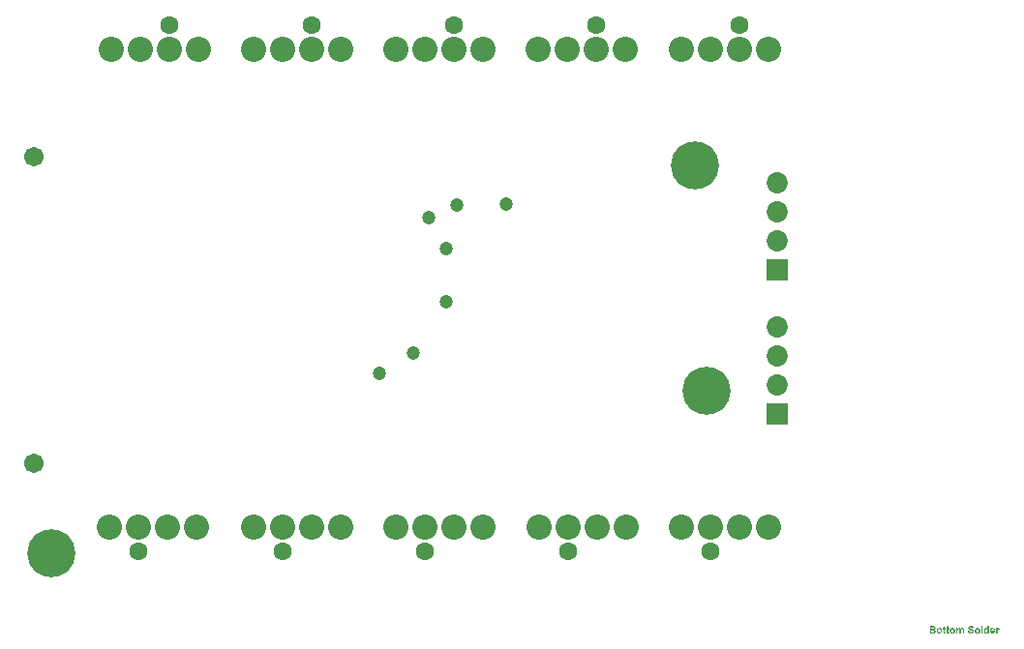
<source format=gbs>
G04*
G04 #@! TF.GenerationSoftware,Altium Limited,Altium Designer,23.3.1 (30)*
G04*
G04 Layer_Color=16711935*
%FSLAX44Y44*%
%MOMM*%
G71*
G04*
G04 #@! TF.SameCoordinates,401C55F4-CDE4-4738-8E39-6C92FFCD4633*
G04*
G04*
G04 #@! TF.FilePolarity,Negative*
G04*
G01*
G75*
%ADD62C,1.8532*%
%ADD63R,1.8532X1.8532*%
%ADD64C,4.2032*%
%ADD65C,1.7032*%
%ADD66C,1.6032*%
%ADD67C,2.2032*%
%ADD86C,1.2032*%
G36*
X184642Y271313D02*
X184746Y271306D01*
X184857Y271292D01*
X184989Y271278D01*
X185127Y271251D01*
X185266Y271223D01*
X185419Y271188D01*
X185571Y271147D01*
X185717Y271098D01*
X185863Y271036D01*
X186008Y270959D01*
X186140Y270883D01*
X186258Y270786D01*
X186265Y270779D01*
X186285Y270765D01*
X186313Y270731D01*
X186355Y270689D01*
X186403Y270641D01*
X186452Y270571D01*
X186507Y270495D01*
X186570Y270412D01*
X186625Y270315D01*
X186681Y270210D01*
X186736Y270093D01*
X186785Y269968D01*
X186833Y269836D01*
X186868Y269690D01*
X186889Y269538D01*
X186903Y269378D01*
X185613Y269330D01*
Y269337D01*
X185606Y269351D01*
Y269378D01*
X185599Y269406D01*
X185585Y269448D01*
X185571Y269496D01*
X185537Y269600D01*
X185488Y269711D01*
X185426Y269829D01*
X185349Y269940D01*
X185252Y270030D01*
X185238Y270037D01*
X185204Y270065D01*
X185141Y270100D01*
X185051Y270141D01*
X184933Y270183D01*
X184795Y270217D01*
X184628Y270245D01*
X184434Y270252D01*
X184344D01*
X184295Y270245D01*
X184240Y270238D01*
X184108Y270224D01*
X183969Y270197D01*
X183817Y270155D01*
X183678Y270093D01*
X183546Y270016D01*
X183540Y270009D01*
X183519Y269989D01*
X183484Y269954D01*
X183449Y269912D01*
X183408Y269857D01*
X183380Y269788D01*
X183352Y269711D01*
X183345Y269621D01*
Y269614D01*
Y269587D01*
X183352Y269538D01*
X183366Y269489D01*
X183394Y269427D01*
X183422Y269358D01*
X183470Y269295D01*
X183533Y269233D01*
X183546Y269226D01*
X183560Y269212D01*
X183588Y269198D01*
X183616Y269177D01*
X183657Y269156D01*
X183713Y269129D01*
X183775Y269101D01*
X183845Y269073D01*
X183928Y269039D01*
X184025Y269004D01*
X184136Y268969D01*
X184261Y268928D01*
X184399Y268886D01*
X184552Y268845D01*
X184718Y268803D01*
X184732D01*
X184760Y268796D01*
X184809Y268782D01*
X184871Y268768D01*
X184954Y268747D01*
X185037Y268720D01*
X185141Y268692D01*
X185245Y268664D01*
X185474Y268595D01*
X185703Y268519D01*
X185814Y268477D01*
X185925Y268435D01*
X186022Y268387D01*
X186112Y268345D01*
X186119D01*
X186133Y268331D01*
X186154Y268318D01*
X186188Y268304D01*
X186272Y268248D01*
X186376Y268179D01*
X186486Y268082D01*
X186604Y267971D01*
X186722Y267839D01*
X186826Y267693D01*
Y267687D01*
X186840Y267673D01*
X186847Y267652D01*
X186868Y267617D01*
X186889Y267575D01*
X186910Y267527D01*
X186930Y267472D01*
X186958Y267409D01*
X186979Y267340D01*
X187000Y267264D01*
X187041Y267090D01*
X187069Y266889D01*
X187083Y266674D01*
Y266667D01*
Y266653D01*
Y266619D01*
X187076Y266584D01*
Y266535D01*
X187069Y266473D01*
X187055Y266411D01*
X187041Y266341D01*
X187007Y266182D01*
X186951Y266008D01*
X186875Y265828D01*
X186826Y265731D01*
X186771Y265641D01*
Y265634D01*
X186757Y265620D01*
X186736Y265592D01*
X186715Y265565D01*
X186681Y265523D01*
X186646Y265474D01*
X186549Y265371D01*
X186424Y265259D01*
X186278Y265135D01*
X186105Y265024D01*
X185904Y264927D01*
X185897D01*
X185876Y264920D01*
X185849Y264906D01*
X185807Y264892D01*
X185751Y264871D01*
X185682Y264857D01*
X185606Y264837D01*
X185523Y264816D01*
X185426Y264788D01*
X185322Y264767D01*
X185204Y264753D01*
X185079Y264732D01*
X184954Y264719D01*
X184809Y264705D01*
X184663Y264698D01*
X184455D01*
X184392Y264705D01*
X184309D01*
X184212Y264712D01*
X184094Y264726D01*
X183962Y264746D01*
X183824Y264767D01*
X183671Y264795D01*
X183519Y264837D01*
X183366Y264878D01*
X183214Y264934D01*
X183061Y264996D01*
X182915Y265072D01*
X182777Y265156D01*
X182645Y265253D01*
X182638Y265259D01*
X182617Y265280D01*
X182583Y265315D01*
X182541Y265357D01*
X182492Y265419D01*
X182430Y265488D01*
X182368Y265572D01*
X182305Y265669D01*
X182236Y265780D01*
X182167Y265898D01*
X182104Y266036D01*
X182042Y266182D01*
X181986Y266341D01*
X181938Y266508D01*
X181896Y266695D01*
X181868Y266889D01*
X183123Y267014D01*
Y267007D01*
X183130Y266986D01*
X183137Y266952D01*
X183144Y266910D01*
X183158Y266854D01*
X183179Y266799D01*
X183221Y266660D01*
X183283Y266508D01*
X183366Y266348D01*
X183463Y266203D01*
X183519Y266140D01*
X183581Y266078D01*
X183588D01*
X183595Y266064D01*
X183616Y266050D01*
X183643Y266029D01*
X183678Y266008D01*
X183727Y265988D01*
X183775Y265960D01*
X183831Y265932D01*
X183969Y265877D01*
X184129Y265835D01*
X184316Y265800D01*
X184524Y265786D01*
X184587D01*
X184628Y265793D01*
X184684D01*
X184739Y265800D01*
X184878Y265821D01*
X185030Y265849D01*
X185190Y265898D01*
X185342Y265960D01*
X185412Y266001D01*
X185474Y266050D01*
X185481D01*
X185488Y266064D01*
X185523Y266099D01*
X185578Y266154D01*
X185634Y266223D01*
X185689Y266313D01*
X185745Y266425D01*
X185779Y266542D01*
X185793Y266605D01*
Y266667D01*
Y266674D01*
Y266709D01*
X185786Y266750D01*
X185779Y266799D01*
X185758Y266861D01*
X185738Y266931D01*
X185703Y266993D01*
X185654Y267055D01*
X185648Y267062D01*
X185627Y267083D01*
X185592Y267111D01*
X185550Y267153D01*
X185481Y267194D01*
X185405Y267243D01*
X185308Y267284D01*
X185190Y267333D01*
X185176Y267340D01*
X185162D01*
X185141Y267347D01*
X185114Y267354D01*
X185072Y267367D01*
X185030Y267381D01*
X184975Y267395D01*
X184912Y267416D01*
X184836Y267437D01*
X184753Y267458D01*
X184656Y267485D01*
X184552Y267513D01*
X184434Y267541D01*
X184302Y267575D01*
X184157Y267610D01*
X184143D01*
X184108Y267624D01*
X184060Y267638D01*
X183990Y267659D01*
X183900Y267680D01*
X183803Y267714D01*
X183699Y267749D01*
X183588Y267784D01*
X183345Y267881D01*
X183103Y267985D01*
X182992Y268047D01*
X182881Y268109D01*
X182784Y268172D01*
X182701Y268241D01*
X182694Y268248D01*
X182673Y268269D01*
X182645Y268297D01*
X182610Y268338D01*
X182562Y268387D01*
X182513Y268449D01*
X182458Y268519D01*
X182409Y268602D01*
X182354Y268692D01*
X182298Y268789D01*
X182250Y268900D01*
X182201Y269011D01*
X182167Y269129D01*
X182139Y269261D01*
X182118Y269392D01*
X182111Y269531D01*
Y269538D01*
Y269552D01*
Y269580D01*
X182118Y269614D01*
Y269656D01*
X182125Y269711D01*
X182146Y269829D01*
X182180Y269968D01*
X182229Y270127D01*
X182298Y270287D01*
X182388Y270446D01*
Y270453D01*
X182402Y270467D01*
X182416Y270488D01*
X182437Y270516D01*
X182506Y270592D01*
X182589Y270689D01*
X182707Y270793D01*
X182839Y270897D01*
X183006Y271001D01*
X183186Y271091D01*
X183193D01*
X183207Y271098D01*
X183241Y271112D01*
X183276Y271126D01*
X183332Y271147D01*
X183387Y271161D01*
X183456Y271181D01*
X183540Y271209D01*
X183630Y271230D01*
X183720Y271251D01*
X183824Y271264D01*
X183935Y271285D01*
X184060Y271299D01*
X184177Y271313D01*
X184448Y271320D01*
X184566D01*
X184642Y271313D01*
D02*
G37*
G36*
X200348Y264816D02*
X199211D01*
Y265488D01*
X199197Y265474D01*
X199183Y265454D01*
X199162Y265433D01*
X199100Y265357D01*
X199024Y265273D01*
X198920Y265176D01*
X198809Y265072D01*
X198677Y264982D01*
X198538Y264899D01*
X198531D01*
X198524Y264892D01*
X198497Y264885D01*
X198469Y264871D01*
X198393Y264837D01*
X198295Y264809D01*
X198178Y264774D01*
X198046Y264739D01*
X197907Y264719D01*
X197762Y264712D01*
X197727D01*
X197685Y264719D01*
X197630D01*
X197561Y264732D01*
X197477Y264746D01*
X197387Y264767D01*
X197290Y264795D01*
X197186Y264823D01*
X197075Y264864D01*
X196964Y264920D01*
X196846Y264982D01*
X196735Y265051D01*
X196617Y265142D01*
X196507Y265239D01*
X196395Y265350D01*
X196389Y265357D01*
X196375Y265377D01*
X196340Y265419D01*
X196305Y265467D01*
X196264Y265537D01*
X196215Y265613D01*
X196167Y265710D01*
X196111Y265814D01*
X196056Y265939D01*
X196007Y266071D01*
X195959Y266223D01*
X195917Y266383D01*
X195882Y266556D01*
X195855Y266743D01*
X195834Y266945D01*
X195827Y267153D01*
Y267166D01*
Y267208D01*
X195834Y267264D01*
Y267347D01*
X195841Y267444D01*
X195855Y267555D01*
X195875Y267687D01*
X195896Y267818D01*
X195924Y267964D01*
X195959Y268109D01*
X196007Y268255D01*
X196056Y268408D01*
X196118Y268553D01*
X196194Y268692D01*
X196278Y268824D01*
X196375Y268942D01*
X196382Y268948D01*
X196402Y268969D01*
X196430Y268997D01*
X196472Y269039D01*
X196527Y269087D01*
X196597Y269136D01*
X196673Y269191D01*
X196756Y269254D01*
X196853Y269309D01*
X196964Y269365D01*
X197075Y269413D01*
X197200Y269462D01*
X197332Y269503D01*
X197470Y269531D01*
X197623Y269552D01*
X197775Y269559D01*
X197810D01*
X197852Y269552D01*
X197907D01*
X197976Y269538D01*
X198053Y269524D01*
X198136Y269503D01*
X198233Y269475D01*
X198337Y269441D01*
X198448Y269399D01*
X198559Y269344D01*
X198670Y269281D01*
X198788Y269212D01*
X198899Y269122D01*
X199010Y269025D01*
X199121Y268907D01*
Y271216D01*
X200348D01*
Y264816D01*
D02*
G37*
G36*
X177105Y269552D02*
X177153Y269545D01*
X177271Y269531D01*
X177403Y269510D01*
X177548Y269469D01*
X177694Y269420D01*
X177833Y269351D01*
X177840D01*
X177847Y269344D01*
X177888Y269309D01*
X177950Y269261D01*
X178034Y269198D01*
X178117Y269108D01*
X178207Y269004D01*
X178290Y268879D01*
X178360Y268741D01*
X178367Y268727D01*
X178374Y268706D01*
X178381Y268685D01*
X178387Y268650D01*
X178401Y268609D01*
X178415Y268567D01*
X178429Y268512D01*
X178436Y268442D01*
X178450Y268373D01*
X178464Y268297D01*
X178471Y268207D01*
X178477Y268116D01*
X178484Y268012D01*
X178491Y267894D01*
Y267777D01*
Y264816D01*
X177264D01*
Y267465D01*
Y267472D01*
Y267492D01*
Y267527D01*
Y267575D01*
X177257Y267631D01*
Y267693D01*
X177250Y267839D01*
X177229Y267985D01*
X177209Y268137D01*
X177195Y268200D01*
X177174Y268262D01*
X177153Y268318D01*
X177132Y268359D01*
X177125Y268373D01*
X177098Y268401D01*
X177063Y268442D01*
X177008Y268491D01*
X176931Y268539D01*
X176841Y268581D01*
X176737Y268609D01*
X176612Y268623D01*
X176571D01*
X176522Y268616D01*
X176453Y268602D01*
X176383Y268581D01*
X176300Y268553D01*
X176217Y268519D01*
X176127Y268463D01*
X176120Y268456D01*
X176092Y268435D01*
X176051Y268394D01*
X176002Y268345D01*
X175947Y268283D01*
X175891Y268200D01*
X175842Y268109D01*
X175801Y267999D01*
X175794Y267985D01*
Y267964D01*
X175787Y267943D01*
X175780Y267908D01*
X175773Y267867D01*
X175759Y267825D01*
X175752Y267770D01*
X175746Y267707D01*
X175732Y267631D01*
X175725Y267555D01*
X175718Y267472D01*
X175711Y267374D01*
Y267270D01*
X175704Y267160D01*
Y267042D01*
Y264816D01*
X174477D01*
Y267354D01*
Y267361D01*
Y267381D01*
Y267416D01*
Y267465D01*
Y267520D01*
Y267582D01*
X174470Y267721D01*
X174463Y267867D01*
X174449Y268012D01*
X174442Y268075D01*
X174428Y268137D01*
X174421Y268186D01*
X174407Y268227D01*
Y268234D01*
X174393Y268262D01*
X174379Y268297D01*
X174359Y268338D01*
X174296Y268435D01*
X174255Y268484D01*
X174206Y268526D01*
X174199Y268533D01*
X174178Y268539D01*
X174151Y268553D01*
X174109Y268574D01*
X174053Y268595D01*
X173991Y268609D01*
X173915Y268616D01*
X173832Y268623D01*
X173783D01*
X173728Y268616D01*
X173658Y268602D01*
X173582Y268581D01*
X173499Y268553D01*
X173409Y268519D01*
X173319Y268463D01*
X173312Y268456D01*
X173284Y268435D01*
X173242Y268401D01*
X173194Y268352D01*
X173145Y268290D01*
X173090Y268214D01*
X173041Y268123D01*
X172999Y268019D01*
X172993Y268006D01*
Y267992D01*
X172986Y267964D01*
X172979Y267936D01*
X172972Y267894D01*
X172958Y267846D01*
X172951Y267797D01*
X172944Y267735D01*
X172930Y267666D01*
X172923Y267582D01*
X172916Y267499D01*
X172909Y267402D01*
Y267298D01*
X172902Y267187D01*
Y267069D01*
Y264816D01*
X171675D01*
Y269455D01*
X172805D01*
Y268817D01*
X172812Y268824D01*
X172833Y268851D01*
X172868Y268886D01*
X172916Y268935D01*
X172972Y268990D01*
X173041Y269053D01*
X173124Y269122D01*
X173214Y269191D01*
X173312Y269261D01*
X173423Y269323D01*
X173540Y269385D01*
X173665Y269441D01*
X173804Y269489D01*
X173943Y269524D01*
X174095Y269552D01*
X174248Y269559D01*
X174324D01*
X174359Y269552D01*
X174407D01*
X174511Y269538D01*
X174629Y269510D01*
X174761Y269482D01*
X174893Y269434D01*
X175017Y269371D01*
X175024D01*
X175031Y269365D01*
X175073Y269337D01*
X175135Y269295D01*
X175212Y269233D01*
X175295Y269156D01*
X175385Y269060D01*
X175475Y268948D01*
X175558Y268817D01*
X175565Y268824D01*
X175572Y268831D01*
X175586Y268851D01*
X175614Y268879D01*
X175676Y268942D01*
X175752Y269025D01*
X175856Y269115D01*
X175967Y269212D01*
X176085Y269295D01*
X176217Y269371D01*
X176224D01*
X176231Y269378D01*
X176252Y269392D01*
X176279Y269399D01*
X176349Y269434D01*
X176446Y269469D01*
X176557Y269496D01*
X176688Y269531D01*
X176827Y269552D01*
X176973Y269559D01*
X177056D01*
X177105Y269552D01*
D02*
G37*
G36*
X208780D02*
X208822Y269545D01*
X208926Y269531D01*
X209050Y269503D01*
X209189Y269462D01*
X209335Y269399D01*
X209480Y269323D01*
X209099Y268255D01*
X209085Y268262D01*
X209044Y268290D01*
X208988Y268318D01*
X208912Y268359D01*
X208822Y268394D01*
X208724Y268428D01*
X208627Y268449D01*
X208523Y268456D01*
X208482D01*
X208433Y268449D01*
X208371Y268435D01*
X208302Y268421D01*
X208232Y268394D01*
X208156Y268359D01*
X208087Y268311D01*
X208080Y268304D01*
X208059Y268283D01*
X208024Y268248D01*
X207983Y268193D01*
X207941Y268123D01*
X207892Y268033D01*
X207844Y267929D01*
X207802Y267797D01*
Y267791D01*
X207795Y267777D01*
Y267756D01*
X207788Y267721D01*
X207782Y267680D01*
X207775Y267617D01*
X207761Y267548D01*
X207754Y267465D01*
X207747Y267367D01*
X207733Y267257D01*
X207726Y267132D01*
X207719Y266986D01*
X207712Y266827D01*
Y266653D01*
X207705Y266459D01*
Y266244D01*
Y264816D01*
X206478D01*
Y269455D01*
X207615D01*
Y268789D01*
X207622Y268796D01*
X207629Y268810D01*
X207643Y268831D01*
X207664Y268865D01*
X207719Y268948D01*
X207788Y269046D01*
X207872Y269150D01*
X207955Y269247D01*
X208045Y269337D01*
X208093Y269378D01*
X208135Y269406D01*
X208149Y269413D01*
X208177Y269427D01*
X208225Y269455D01*
X208288Y269482D01*
X208371Y269510D01*
X208461Y269538D01*
X208558Y269552D01*
X208669Y269559D01*
X208738D01*
X208780Y269552D01*
D02*
G37*
G36*
X194849Y264816D02*
X193622D01*
Y271216D01*
X194849D01*
Y264816D01*
D02*
G37*
G36*
X151358Y271209D02*
X151441D01*
X151628Y271202D01*
X151816Y271188D01*
X151996Y271168D01*
X152072Y271161D01*
X152148Y271147D01*
X152162D01*
X152183Y271140D01*
X152211Y271133D01*
X152280Y271119D01*
X152370Y271091D01*
X152474Y271056D01*
X152585Y271008D01*
X152703Y270952D01*
X152814Y270883D01*
X152821D01*
X152828Y270876D01*
X152863Y270849D01*
X152918Y270800D01*
X152987Y270744D01*
X153064Y270661D01*
X153147Y270571D01*
X153230Y270467D01*
X153306Y270349D01*
Y270342D01*
X153313Y270335D01*
X153327Y270315D01*
X153341Y270294D01*
X153369Y270224D01*
X153410Y270134D01*
X153445Y270023D01*
X153480Y269892D01*
X153501Y269753D01*
X153507Y269600D01*
Y269593D01*
Y269580D01*
Y269559D01*
X153501Y269524D01*
Y269482D01*
X153494Y269441D01*
X153480Y269330D01*
X153445Y269198D01*
X153404Y269060D01*
X153348Y268921D01*
X153265Y268775D01*
Y268768D01*
X153251Y268761D01*
X153237Y268741D01*
X153223Y268713D01*
X153168Y268650D01*
X153091Y268567D01*
X152994Y268477D01*
X152883Y268380D01*
X152752Y268290D01*
X152606Y268214D01*
X152613D01*
X152634Y268207D01*
X152662Y268193D01*
X152703Y268179D01*
X152752Y268158D01*
X152807Y268137D01*
X152939Y268075D01*
X153078Y267999D01*
X153230Y267894D01*
X153376Y267777D01*
X153501Y267631D01*
X153507Y267624D01*
X153514Y267610D01*
X153528Y267589D01*
X153549Y267562D01*
X153577Y267520D01*
X153605Y267472D01*
X153632Y267416D01*
X153660Y267361D01*
X153715Y267215D01*
X153771Y267055D01*
X153806Y266868D01*
X153820Y266771D01*
Y266667D01*
Y266660D01*
Y266646D01*
Y266626D01*
Y266591D01*
X153813Y266556D01*
X153806Y266508D01*
X153792Y266397D01*
X153771Y266265D01*
X153729Y266126D01*
X153681Y265974D01*
X153611Y265814D01*
Y265807D01*
X153605Y265793D01*
X153591Y265773D01*
X153577Y265745D01*
X153528Y265669D01*
X153466Y265578D01*
X153390Y265474D01*
X153293Y265364D01*
X153182Y265253D01*
X153057Y265156D01*
X153050D01*
X153043Y265149D01*
X153022Y265135D01*
X152994Y265114D01*
X152960Y265100D01*
X152918Y265079D01*
X152821Y265031D01*
X152696Y264975D01*
X152544Y264927D01*
X152377Y264885D01*
X152190Y264857D01*
X152155D01*
X152121Y264850D01*
X152079D01*
X152024Y264844D01*
X151954D01*
X151878Y264837D01*
X151781D01*
X151670Y264830D01*
X151545D01*
X151399Y264823D01*
X151060D01*
X150859Y264816D01*
X148459D01*
Y271216D01*
X151275D01*
X151358Y271209D01*
D02*
G37*
G36*
X203420Y269552D02*
X203496Y269545D01*
X203579Y269538D01*
X203683Y269524D01*
X203794Y269503D01*
X203912Y269475D01*
X204044Y269434D01*
X204176Y269392D01*
X204307Y269337D01*
X204446Y269268D01*
X204578Y269191D01*
X204710Y269101D01*
X204834Y268990D01*
X204952Y268872D01*
X204959Y268865D01*
X204980Y268838D01*
X205008Y268803D01*
X205042Y268747D01*
X205091Y268671D01*
X205140Y268581D01*
X205195Y268477D01*
X205250Y268359D01*
X205306Y268220D01*
X205354Y268061D01*
X205403Y267894D01*
X205445Y267707D01*
X205479Y267499D01*
X205507Y267277D01*
X205528Y267042D01*
Y266785D01*
X202456D01*
Y266778D01*
Y266764D01*
Y266730D01*
X202463Y266695D01*
X202470Y266646D01*
X202477Y266591D01*
X202498Y266473D01*
X202532Y266334D01*
X202581Y266189D01*
X202650Y266050D01*
X202747Y265925D01*
X202754D01*
X202761Y265911D01*
X202796Y265877D01*
X202858Y265828D01*
X202941Y265780D01*
X203045Y265724D01*
X203170Y265676D01*
X203309Y265641D01*
X203385Y265634D01*
X203461Y265627D01*
X203510D01*
X203559Y265634D01*
X203628Y265648D01*
X203704Y265662D01*
X203780Y265689D01*
X203864Y265731D01*
X203940Y265780D01*
X203947Y265786D01*
X203975Y265807D01*
X204009Y265849D01*
X204051Y265904D01*
X204106Y265974D01*
X204155Y266064D01*
X204203Y266168D01*
X204245Y266293D01*
X205466Y266085D01*
Y266078D01*
X205452Y266057D01*
X205438Y266022D01*
X205424Y265974D01*
X205396Y265918D01*
X205361Y265856D01*
X205327Y265780D01*
X205285Y265703D01*
X205181Y265537D01*
X205049Y265371D01*
X204897Y265204D01*
X204807Y265128D01*
X204717Y265058D01*
X204710Y265051D01*
X204696Y265045D01*
X204668Y265024D01*
X204626Y265003D01*
X204578Y264975D01*
X204515Y264947D01*
X204446Y264920D01*
X204370Y264885D01*
X204280Y264850D01*
X204183Y264823D01*
X204079Y264795D01*
X203968Y264767D01*
X203850Y264746D01*
X203718Y264726D01*
X203586Y264719D01*
X203448Y264712D01*
X203392D01*
X203330Y264719D01*
X203246Y264726D01*
X203149Y264732D01*
X203032Y264753D01*
X202907Y264774D01*
X202768Y264809D01*
X202622Y264850D01*
X202477Y264906D01*
X202331Y264968D01*
X202179Y265045D01*
X202040Y265135D01*
X201901Y265239D01*
X201777Y265357D01*
X201659Y265495D01*
X201652Y265502D01*
X201638Y265523D01*
X201617Y265558D01*
X201589Y265613D01*
X201555Y265676D01*
X201513Y265745D01*
X201471Y265835D01*
X201430Y265932D01*
X201388Y266043D01*
X201346Y266168D01*
X201305Y266300D01*
X201270Y266438D01*
X201243Y266591D01*
X201222Y266750D01*
X201208Y266924D01*
X201201Y267097D01*
Y267111D01*
Y267146D01*
X201208Y267208D01*
Y267284D01*
X201222Y267381D01*
X201236Y267499D01*
X201250Y267617D01*
X201277Y267756D01*
X201305Y267894D01*
X201346Y268040D01*
X201395Y268193D01*
X201451Y268345D01*
X201520Y268491D01*
X201603Y268636D01*
X201693Y268775D01*
X201797Y268900D01*
X201804Y268907D01*
X201825Y268928D01*
X201860Y268962D01*
X201908Y269004D01*
X201964Y269053D01*
X202040Y269108D01*
X202123Y269170D01*
X202213Y269233D01*
X202317Y269288D01*
X202435Y269351D01*
X202560Y269406D01*
X202699Y269455D01*
X202837Y269496D01*
X202990Y269531D01*
X203156Y269552D01*
X203323Y269559D01*
X203371D01*
X203420Y269552D01*
D02*
G37*
G36*
X190363D02*
X190432Y269545D01*
X190522Y269538D01*
X190626Y269524D01*
X190744Y269503D01*
X190869Y269475D01*
X191001Y269434D01*
X191139Y269392D01*
X191285Y269337D01*
X191424Y269268D01*
X191569Y269191D01*
X191715Y269101D01*
X191847Y268990D01*
X191978Y268872D01*
X191985Y268865D01*
X192006Y268838D01*
X192041Y268803D01*
X192082Y268747D01*
X192138Y268678D01*
X192193Y268602D01*
X192249Y268505D01*
X192318Y268401D01*
X192381Y268283D01*
X192436Y268151D01*
X192498Y268006D01*
X192547Y267853D01*
X192589Y267693D01*
X192623Y267520D01*
X192644Y267340D01*
X192651Y267146D01*
Y267132D01*
Y267097D01*
X192644Y267042D01*
Y266972D01*
X192630Y266882D01*
X192616Y266778D01*
X192596Y266660D01*
X192568Y266535D01*
X192533Y266397D01*
X192485Y266258D01*
X192429Y266112D01*
X192367Y265967D01*
X192283Y265814D01*
X192193Y265676D01*
X192089Y265530D01*
X191971Y265398D01*
X191965Y265391D01*
X191944Y265371D01*
X191902Y265336D01*
X191847Y265294D01*
X191784Y265239D01*
X191701Y265183D01*
X191611Y265121D01*
X191507Y265058D01*
X191389Y264989D01*
X191257Y264927D01*
X191119Y264871D01*
X190966Y264823D01*
X190807Y264774D01*
X190633Y264739D01*
X190453Y264719D01*
X190266Y264712D01*
X190203D01*
X190155Y264719D01*
X190099D01*
X190037Y264726D01*
X189961Y264732D01*
X189877Y264746D01*
X189690Y264781D01*
X189482Y264830D01*
X189267Y264899D01*
X189052Y264996D01*
X189045Y265003D01*
X189025Y265010D01*
X188997Y265024D01*
X188955Y265051D01*
X188907Y265079D01*
X188858Y265121D01*
X188726Y265211D01*
X188588Y265329D01*
X188442Y265474D01*
X188303Y265648D01*
X188179Y265842D01*
Y265849D01*
X188165Y265870D01*
X188151Y265898D01*
X188130Y265939D01*
X188109Y265994D01*
X188081Y266057D01*
X188061Y266133D01*
X188033Y266216D01*
X188005Y266313D01*
X187977Y266418D01*
X187950Y266528D01*
X187929Y266646D01*
X187908Y266771D01*
X187894Y266910D01*
X187887Y267048D01*
X187880Y267194D01*
Y267201D01*
Y267222D01*
Y267257D01*
X187887Y267298D01*
Y267354D01*
X187894Y267423D01*
X187908Y267492D01*
X187915Y267575D01*
X187957Y267756D01*
X188005Y267957D01*
X188081Y268165D01*
X188123Y268276D01*
X188179Y268380D01*
X188185Y268387D01*
X188192Y268408D01*
X188213Y268435D01*
X188234Y268477D01*
X188262Y268526D01*
X188303Y268581D01*
X188393Y268706D01*
X188518Y268845D01*
X188664Y268990D01*
X188830Y269129D01*
X189025Y269254D01*
X189031Y269261D01*
X189052Y269268D01*
X189080Y269281D01*
X189121Y269302D01*
X189177Y269323D01*
X189239Y269351D01*
X189309Y269378D01*
X189385Y269406D01*
X189475Y269434D01*
X189572Y269462D01*
X189780Y269510D01*
X190009Y269545D01*
X190134Y269559D01*
X190307D01*
X190363Y269552D01*
D02*
G37*
G36*
X168513D02*
X168582Y269545D01*
X168673Y269538D01*
X168777Y269524D01*
X168895Y269503D01*
X169019Y269475D01*
X169151Y269434D01*
X169290Y269392D01*
X169435Y269337D01*
X169574Y269268D01*
X169720Y269191D01*
X169865Y269101D01*
X169997Y268990D01*
X170129Y268872D01*
X170136Y268865D01*
X170156Y268838D01*
X170191Y268803D01*
X170233Y268747D01*
X170288Y268678D01*
X170344Y268602D01*
X170399Y268505D01*
X170469Y268401D01*
X170531Y268283D01*
X170586Y268151D01*
X170649Y268006D01*
X170697Y267853D01*
X170739Y267693D01*
X170774Y267520D01*
X170795Y267340D01*
X170801Y267146D01*
Y267132D01*
Y267097D01*
X170795Y267042D01*
Y266972D01*
X170781Y266882D01*
X170767Y266778D01*
X170746Y266660D01*
X170718Y266535D01*
X170683Y266397D01*
X170635Y266258D01*
X170579Y266112D01*
X170517Y265967D01*
X170434Y265814D01*
X170344Y265676D01*
X170240Y265530D01*
X170122Y265398D01*
X170115Y265391D01*
X170094Y265371D01*
X170053Y265336D01*
X169997Y265294D01*
X169935Y265239D01*
X169851Y265183D01*
X169761Y265121D01*
X169657Y265058D01*
X169539Y264989D01*
X169408Y264927D01*
X169269Y264871D01*
X169116Y264823D01*
X168957Y264774D01*
X168783Y264739D01*
X168603Y264719D01*
X168416Y264712D01*
X168354D01*
X168305Y264719D01*
X168250D01*
X168187Y264726D01*
X168111Y264732D01*
X168028Y264746D01*
X167840Y264781D01*
X167633Y264830D01*
X167418Y264899D01*
X167202Y264996D01*
X167196Y265003D01*
X167175Y265010D01*
X167147Y265024D01*
X167106Y265051D01*
X167057Y265079D01*
X167008Y265121D01*
X166877Y265211D01*
X166738Y265329D01*
X166592Y265474D01*
X166454Y265648D01*
X166329Y265842D01*
Y265849D01*
X166315Y265870D01*
X166301Y265898D01*
X166280Y265939D01*
X166259Y265994D01*
X166232Y266057D01*
X166211Y266133D01*
X166183Y266216D01*
X166155Y266313D01*
X166128Y266418D01*
X166100Y266528D01*
X166079Y266646D01*
X166058Y266771D01*
X166045Y266910D01*
X166038Y267048D01*
X166031Y267194D01*
Y267201D01*
Y267222D01*
Y267257D01*
X166038Y267298D01*
Y267354D01*
X166045Y267423D01*
X166058Y267492D01*
X166065Y267575D01*
X166107Y267756D01*
X166155Y267957D01*
X166232Y268165D01*
X166273Y268276D01*
X166329Y268380D01*
X166336Y268387D01*
X166343Y268408D01*
X166364Y268435D01*
X166384Y268477D01*
X166412Y268526D01*
X166454Y268581D01*
X166544Y268706D01*
X166669Y268845D01*
X166814Y268990D01*
X166981Y269129D01*
X167175Y269254D01*
X167182Y269261D01*
X167202Y269268D01*
X167230Y269281D01*
X167272Y269302D01*
X167327Y269323D01*
X167390Y269351D01*
X167459Y269378D01*
X167535Y269406D01*
X167626Y269434D01*
X167723Y269462D01*
X167931Y269510D01*
X168160Y269545D01*
X168284Y269559D01*
X168458D01*
X168513Y269552D01*
D02*
G37*
G36*
X164623Y269455D02*
X165462D01*
Y268477D01*
X164623D01*
Y266605D01*
Y266598D01*
Y266577D01*
Y266549D01*
Y266515D01*
Y266473D01*
Y266418D01*
Y266307D01*
X164630Y266196D01*
Y266085D01*
X164637Y266036D01*
Y265994D01*
X164644Y265960D01*
Y265939D01*
Y265932D01*
X164651Y265925D01*
X164665Y265884D01*
X164699Y265835D01*
X164748Y265786D01*
X164755D01*
X164762Y265780D01*
X164783Y265773D01*
X164810Y265759D01*
X164873Y265738D01*
X164956Y265731D01*
X164991D01*
X165025Y265738D01*
X165081Y265745D01*
X165150Y265759D01*
X165240Y265780D01*
X165337Y265807D01*
X165448Y265842D01*
X165559Y264892D01*
X165552D01*
X165538Y264885D01*
X165518Y264878D01*
X165483Y264864D01*
X165441Y264850D01*
X165393Y264837D01*
X165337Y264816D01*
X165275Y264802D01*
X165136Y264767D01*
X164970Y264739D01*
X164783Y264719D01*
X164588Y264712D01*
X164533D01*
X164471Y264719D01*
X164387Y264726D01*
X164297Y264739D01*
X164200Y264760D01*
X164096Y264788D01*
X163992Y264823D01*
X163978Y264830D01*
X163950Y264844D01*
X163902Y264864D01*
X163846Y264899D01*
X163784Y264940D01*
X163715Y264989D01*
X163659Y265045D01*
X163604Y265107D01*
X163597Y265114D01*
X163583Y265142D01*
X163562Y265183D01*
X163534Y265232D01*
X163507Y265301D01*
X163479Y265384D01*
X163451Y265481D01*
X163430Y265585D01*
Y265599D01*
X163423Y265627D01*
Y265655D01*
X163417Y265689D01*
Y265731D01*
Y265773D01*
X163410Y265828D01*
Y265891D01*
X163403Y265960D01*
Y266043D01*
X163396Y266133D01*
Y266230D01*
Y266334D01*
Y266452D01*
Y268477D01*
X162834D01*
Y269455D01*
X163396D01*
Y270377D01*
X164623Y271098D01*
Y269455D01*
D02*
G37*
G36*
X161648D02*
X162487D01*
Y268477D01*
X161648D01*
Y266605D01*
Y266598D01*
Y266577D01*
Y266549D01*
Y266515D01*
Y266473D01*
Y266418D01*
Y266307D01*
X161655Y266196D01*
Y266085D01*
X161662Y266036D01*
Y265994D01*
X161669Y265960D01*
Y265939D01*
Y265932D01*
X161676Y265925D01*
X161690Y265884D01*
X161724Y265835D01*
X161773Y265786D01*
X161780D01*
X161787Y265780D01*
X161808Y265773D01*
X161835Y265759D01*
X161898Y265738D01*
X161981Y265731D01*
X162016D01*
X162050Y265738D01*
X162106Y265745D01*
X162175Y265759D01*
X162265Y265780D01*
X162362Y265807D01*
X162473Y265842D01*
X162584Y264892D01*
X162577D01*
X162564Y264885D01*
X162543Y264878D01*
X162508Y264864D01*
X162467Y264850D01*
X162418Y264837D01*
X162362Y264816D01*
X162300Y264802D01*
X162161Y264767D01*
X161995Y264739D01*
X161808Y264719D01*
X161614Y264712D01*
X161558D01*
X161496Y264719D01*
X161413Y264726D01*
X161322Y264739D01*
X161225Y264760D01*
X161121Y264788D01*
X161017Y264823D01*
X161003Y264830D01*
X160976Y264844D01*
X160927Y264864D01*
X160872Y264899D01*
X160809Y264940D01*
X160740Y264989D01*
X160684Y265045D01*
X160629Y265107D01*
X160622Y265114D01*
X160608Y265142D01*
X160587Y265183D01*
X160560Y265232D01*
X160532Y265301D01*
X160504Y265384D01*
X160476Y265481D01*
X160456Y265585D01*
Y265599D01*
X160449Y265627D01*
Y265655D01*
X160442Y265689D01*
Y265731D01*
Y265773D01*
X160435Y265828D01*
Y265891D01*
X160428Y265960D01*
Y266043D01*
X160421Y266133D01*
Y266230D01*
Y266334D01*
Y266452D01*
Y268477D01*
X159859D01*
Y269455D01*
X160421D01*
Y270377D01*
X161648Y271098D01*
Y269455D01*
D02*
G37*
G36*
X157106Y269552D02*
X157176Y269545D01*
X157266Y269538D01*
X157370Y269524D01*
X157488Y269503D01*
X157612Y269475D01*
X157744Y269434D01*
X157883Y269392D01*
X158029Y269337D01*
X158167Y269268D01*
X158313Y269191D01*
X158458Y269101D01*
X158590Y268990D01*
X158722Y268872D01*
X158729Y268865D01*
X158750Y268838D01*
X158784Y268803D01*
X158826Y268747D01*
X158882Y268678D01*
X158937Y268602D01*
X158992Y268505D01*
X159062Y268401D01*
X159124Y268283D01*
X159180Y268151D01*
X159242Y268006D01*
X159291Y267853D01*
X159332Y267693D01*
X159367Y267520D01*
X159388Y267340D01*
X159395Y267146D01*
Y267132D01*
Y267097D01*
X159388Y267042D01*
Y266972D01*
X159374Y266882D01*
X159360Y266778D01*
X159339Y266660D01*
X159311Y266535D01*
X159277Y266397D01*
X159228Y266258D01*
X159173Y266112D01*
X159110Y265967D01*
X159027Y265814D01*
X158937Y265676D01*
X158833Y265530D01*
X158715Y265398D01*
X158708Y265391D01*
X158687Y265371D01*
X158646Y265336D01*
X158590Y265294D01*
X158528Y265239D01*
X158445Y265183D01*
X158355Y265121D01*
X158251Y265058D01*
X158133Y264989D01*
X158001Y264927D01*
X157862Y264871D01*
X157710Y264823D01*
X157550Y264774D01*
X157377Y264739D01*
X157197Y264719D01*
X157009Y264712D01*
X156947D01*
X156898Y264719D01*
X156843D01*
X156780Y264726D01*
X156704Y264732D01*
X156621Y264746D01*
X156434Y264781D01*
X156226Y264830D01*
X156011Y264899D01*
X155796Y264996D01*
X155789Y265003D01*
X155768Y265010D01*
X155740Y265024D01*
X155699Y265051D01*
X155650Y265079D01*
X155602Y265121D01*
X155470Y265211D01*
X155331Y265329D01*
X155186Y265474D01*
X155047Y265648D01*
X154922Y265842D01*
Y265849D01*
X154908Y265870D01*
X154894Y265898D01*
X154874Y265939D01*
X154853Y265994D01*
X154825Y266057D01*
X154804Y266133D01*
X154776Y266216D01*
X154749Y266313D01*
X154721Y266418D01*
X154693Y266528D01*
X154672Y266646D01*
X154652Y266771D01*
X154638Y266910D01*
X154631Y267048D01*
X154624Y267194D01*
Y267201D01*
Y267222D01*
Y267257D01*
X154631Y267298D01*
Y267354D01*
X154638Y267423D01*
X154652Y267492D01*
X154659Y267575D01*
X154700Y267756D01*
X154749Y267957D01*
X154825Y268165D01*
X154867Y268276D01*
X154922Y268380D01*
X154929Y268387D01*
X154936Y268408D01*
X154957Y268435D01*
X154978Y268477D01*
X155005Y268526D01*
X155047Y268581D01*
X155137Y268706D01*
X155262Y268845D01*
X155407Y268990D01*
X155574Y269129D01*
X155768Y269254D01*
X155775Y269261D01*
X155796Y269268D01*
X155823Y269281D01*
X155865Y269302D01*
X155921Y269323D01*
X155983Y269351D01*
X156052Y269378D01*
X156129Y269406D01*
X156219Y269434D01*
X156316Y269462D01*
X156524Y269510D01*
X156753Y269545D01*
X156877Y269559D01*
X157051D01*
X157106Y269552D01*
D02*
G37*
%LPC*%
G36*
X198101Y268623D02*
X198060D01*
X198032Y268616D01*
X197949Y268602D01*
X197845Y268581D01*
X197734Y268539D01*
X197609Y268477D01*
X197547Y268435D01*
X197491Y268387D01*
X197429Y268331D01*
X197373Y268269D01*
Y268262D01*
X197359Y268255D01*
X197346Y268234D01*
X197325Y268207D01*
X197304Y268165D01*
X197283Y268123D01*
X197255Y268068D01*
X197228Y268012D01*
X197200Y267943D01*
X197172Y267867D01*
X197151Y267777D01*
X197131Y267687D01*
X197110Y267589D01*
X197096Y267479D01*
X197089Y267361D01*
X197082Y267236D01*
Y267229D01*
Y267201D01*
Y267166D01*
Y267118D01*
X197089Y267055D01*
X197096Y266986D01*
Y266903D01*
X197110Y266827D01*
X197131Y266646D01*
X197165Y266473D01*
X197214Y266300D01*
X197248Y266230D01*
X197283Y266161D01*
X197290Y266154D01*
X197297Y266140D01*
X197318Y266119D01*
X197339Y266085D01*
X197408Y266008D01*
X197498Y265925D01*
X197616Y265835D01*
X197755Y265759D01*
X197838Y265724D01*
X197921Y265703D01*
X198011Y265689D01*
X198108Y265683D01*
X198150D01*
X198178Y265689D01*
X198261Y265703D01*
X198358Y265724D01*
X198469Y265766D01*
X198594Y265835D01*
X198649Y265870D01*
X198711Y265918D01*
X198774Y265974D01*
X198829Y266036D01*
X198836Y266043D01*
X198843Y266050D01*
X198857Y266078D01*
X198878Y266105D01*
X198899Y266140D01*
X198927Y266189D01*
X198954Y266244D01*
X198982Y266307D01*
X199010Y266376D01*
X199030Y266459D01*
X199058Y266549D01*
X199079Y266646D01*
X199100Y266750D01*
X199114Y266861D01*
X199128Y266986D01*
Y267118D01*
Y267125D01*
Y267153D01*
Y267194D01*
X199121Y267250D01*
Y267312D01*
X199114Y267388D01*
X199107Y267472D01*
X199093Y267562D01*
X199058Y267749D01*
X199003Y267943D01*
X198933Y268116D01*
X198885Y268200D01*
X198836Y268269D01*
Y268276D01*
X198822Y268283D01*
X198788Y268324D01*
X198725Y268380D01*
X198635Y268449D01*
X198531Y268512D01*
X198406Y268567D01*
X198261Y268609D01*
X198185Y268616D01*
X198101Y268623D01*
D02*
G37*
G36*
X150935Y270148D02*
X149749D01*
Y268671D01*
X150997D01*
X151157Y268678D01*
X151309D01*
X151379Y268685D01*
X151441D01*
X151497Y268692D01*
X151552D01*
X151594Y268699D01*
X151656Y268713D01*
X151725Y268734D01*
X151809Y268761D01*
X151899Y268803D01*
X151982Y268851D01*
X152058Y268914D01*
X152065Y268921D01*
X152086Y268948D01*
X152121Y268990D01*
X152155Y269053D01*
X152190Y269122D01*
X152225Y269212D01*
X152246Y269309D01*
X152252Y269420D01*
Y269434D01*
Y269469D01*
X152246Y269524D01*
X152232Y269587D01*
X152211Y269663D01*
X152183Y269746D01*
X152142Y269822D01*
X152086Y269898D01*
X152079Y269905D01*
X152058Y269926D01*
X152017Y269961D01*
X151961Y269996D01*
X151892Y270037D01*
X151809Y270072D01*
X151712Y270100D01*
X151594Y270120D01*
X151573D01*
X151552Y270127D01*
X151490D01*
X151441Y270134D01*
X151323D01*
X151240Y270141D01*
X151053D01*
X150935Y270148D01*
D02*
G37*
G36*
X150949Y267603D02*
X149749D01*
Y265898D01*
X151171D01*
X151316Y265904D01*
X151469D01*
X151615Y265911D01*
X151677Y265918D01*
X151739D01*
X151788Y265925D01*
X151829Y265932D01*
X151843D01*
X151878Y265946D01*
X151933Y265960D01*
X151996Y265988D01*
X152072Y266022D01*
X152148Y266064D01*
X152232Y266119D01*
X152301Y266189D01*
X152308Y266196D01*
X152329Y266223D01*
X152363Y266272D01*
X152398Y266334D01*
X152426Y266411D01*
X152460Y266501D01*
X152481Y266612D01*
X152488Y266730D01*
Y266743D01*
Y266778D01*
X152481Y266834D01*
X152467Y266896D01*
X152453Y266972D01*
X152426Y267055D01*
X152391Y267139D01*
X152343Y267215D01*
X152336Y267222D01*
X152315Y267250D01*
X152287Y267284D01*
X152239Y267326D01*
X152183Y267374D01*
X152114Y267423D01*
X152030Y267465D01*
X151940Y267506D01*
X151926Y267513D01*
X151913D01*
X151885Y267520D01*
X151850Y267527D01*
X151809Y267534D01*
X151760Y267548D01*
X151698Y267555D01*
X151628Y267562D01*
X151545Y267575D01*
X151448Y267582D01*
X151344Y267589D01*
X151226Y267596D01*
X151094D01*
X150949Y267603D01*
D02*
G37*
G36*
X203392Y268623D02*
X203351D01*
X203323Y268616D01*
X203253Y268609D01*
X203156Y268588D01*
X203052Y268553D01*
X202941Y268498D01*
X202837Y268421D01*
X202782Y268380D01*
X202733Y268324D01*
X202719Y268311D01*
X202692Y268269D01*
X202650Y268207D01*
X202602Y268116D01*
X202553Y268006D01*
X202512Y267867D01*
X202484Y267714D01*
X202477Y267534D01*
X204307D01*
Y267541D01*
Y267555D01*
Y267582D01*
X204300Y267624D01*
X204294Y267666D01*
X204287Y267714D01*
X204266Y267832D01*
X204231Y267964D01*
X204183Y268096D01*
X204120Y268227D01*
X204030Y268338D01*
X204016Y268352D01*
X203981Y268380D01*
X203926Y268428D01*
X203850Y268484D01*
X203760Y268533D01*
X203649Y268581D01*
X203524Y268609D01*
X203392Y268623D01*
D02*
G37*
G36*
X190259Y268560D02*
X190210D01*
X190182Y268553D01*
X190141Y268546D01*
X190092Y268539D01*
X189981Y268512D01*
X189850Y268470D01*
X189718Y268408D01*
X189648Y268366D01*
X189586Y268318D01*
X189517Y268255D01*
X189454Y268193D01*
Y268186D01*
X189440Y268179D01*
X189427Y268151D01*
X189406Y268123D01*
X189378Y268089D01*
X189350Y268040D01*
X189323Y267985D01*
X189295Y267922D01*
X189267Y267853D01*
X189239Y267770D01*
X189212Y267687D01*
X189184Y267589D01*
X189163Y267485D01*
X189149Y267374D01*
X189142Y267257D01*
X189135Y267132D01*
Y267125D01*
Y267104D01*
Y267062D01*
X189142Y267021D01*
Y266958D01*
X189149Y266896D01*
X189163Y266820D01*
X189177Y266737D01*
X189212Y266570D01*
X189267Y266390D01*
X189350Y266223D01*
X189399Y266140D01*
X189454Y266071D01*
X189461Y266064D01*
X189468Y266057D01*
X189489Y266036D01*
X189510Y266015D01*
X189586Y265960D01*
X189676Y265891D01*
X189794Y265821D01*
X189933Y265766D01*
X190085Y265724D01*
X190169Y265717D01*
X190259Y265710D01*
X190307D01*
X190342Y265717D01*
X190377Y265724D01*
X190425Y265731D01*
X190536Y265759D01*
X190668Y265800D01*
X190800Y265863D01*
X190869Y265904D01*
X190938Y265953D01*
X191001Y266008D01*
X191063Y266071D01*
X191070Y266078D01*
X191077Y266092D01*
X191091Y266112D01*
X191112Y266140D01*
X191139Y266175D01*
X191167Y266223D01*
X191195Y266279D01*
X191229Y266341D01*
X191257Y266411D01*
X191285Y266494D01*
X191313Y266584D01*
X191341Y266674D01*
X191361Y266778D01*
X191375Y266889D01*
X191389Y267014D01*
Y267139D01*
Y267146D01*
Y267166D01*
Y267208D01*
X191382Y267250D01*
Y267312D01*
X191375Y267374D01*
X191361Y267451D01*
X191347Y267527D01*
X191313Y267700D01*
X191250Y267874D01*
X191174Y268040D01*
X191119Y268123D01*
X191063Y268193D01*
X191056Y268200D01*
X191049Y268207D01*
X191028Y268227D01*
X191008Y268248D01*
X190938Y268311D01*
X190841Y268380D01*
X190723Y268442D01*
X190585Y268505D01*
X190432Y268546D01*
X190349Y268553D01*
X190259Y268560D01*
D02*
G37*
G36*
X168409D02*
X168361D01*
X168333Y268553D01*
X168291Y268546D01*
X168243Y268539D01*
X168132Y268512D01*
X168000Y268470D01*
X167868Y268408D01*
X167799Y268366D01*
X167736Y268318D01*
X167667Y268255D01*
X167605Y268193D01*
Y268186D01*
X167591Y268179D01*
X167577Y268151D01*
X167556Y268123D01*
X167528Y268089D01*
X167501Y268040D01*
X167473Y267985D01*
X167445Y267922D01*
X167418Y267853D01*
X167390Y267770D01*
X167362Y267687D01*
X167334Y267589D01*
X167313Y267485D01*
X167300Y267374D01*
X167293Y267257D01*
X167286Y267132D01*
Y267125D01*
Y267104D01*
Y267062D01*
X167293Y267021D01*
Y266958D01*
X167300Y266896D01*
X167313Y266820D01*
X167327Y266737D01*
X167362Y266570D01*
X167418Y266390D01*
X167501Y266223D01*
X167549Y266140D01*
X167605Y266071D01*
X167612Y266064D01*
X167619Y266057D01*
X167639Y266036D01*
X167660Y266015D01*
X167736Y265960D01*
X167827Y265891D01*
X167945Y265821D01*
X168083Y265766D01*
X168236Y265724D01*
X168319Y265717D01*
X168409Y265710D01*
X168458D01*
X168492Y265717D01*
X168527Y265724D01*
X168575Y265731D01*
X168687Y265759D01*
X168818Y265800D01*
X168950Y265863D01*
X169019Y265904D01*
X169089Y265953D01*
X169151Y266008D01*
X169214Y266071D01*
X169220Y266078D01*
X169227Y266092D01*
X169241Y266112D01*
X169262Y266140D01*
X169290Y266175D01*
X169317Y266223D01*
X169345Y266279D01*
X169380Y266341D01*
X169408Y266411D01*
X169435Y266494D01*
X169463Y266584D01*
X169491Y266674D01*
X169512Y266778D01*
X169526Y266889D01*
X169539Y267014D01*
Y267139D01*
Y267146D01*
Y267166D01*
Y267208D01*
X169532Y267250D01*
Y267312D01*
X169526Y267374D01*
X169512Y267451D01*
X169498Y267527D01*
X169463Y267700D01*
X169401Y267874D01*
X169324Y268040D01*
X169269Y268123D01*
X169214Y268193D01*
X169207Y268200D01*
X169200Y268207D01*
X169179Y268227D01*
X169158Y268248D01*
X169089Y268311D01*
X168992Y268380D01*
X168874Y268442D01*
X168735Y268505D01*
X168582Y268546D01*
X168499Y268553D01*
X168409Y268560D01*
D02*
G37*
G36*
X157002D02*
X156954D01*
X156926Y268553D01*
X156884Y268546D01*
X156836Y268539D01*
X156725Y268512D01*
X156593Y268470D01*
X156461Y268408D01*
X156392Y268366D01*
X156330Y268318D01*
X156260Y268255D01*
X156198Y268193D01*
Y268186D01*
X156184Y268179D01*
X156170Y268151D01*
X156149Y268123D01*
X156122Y268089D01*
X156094Y268040D01*
X156066Y267985D01*
X156039Y267922D01*
X156011Y267853D01*
X155983Y267770D01*
X155955Y267687D01*
X155927Y267589D01*
X155907Y267485D01*
X155893Y267374D01*
X155886Y267257D01*
X155879Y267132D01*
Y267125D01*
Y267104D01*
Y267062D01*
X155886Y267021D01*
Y266958D01*
X155893Y266896D01*
X155907Y266820D01*
X155921Y266737D01*
X155955Y266570D01*
X156011Y266390D01*
X156094Y266223D01*
X156143Y266140D01*
X156198Y266071D01*
X156205Y266064D01*
X156212Y266057D01*
X156233Y266036D01*
X156253Y266015D01*
X156330Y265960D01*
X156420Y265891D01*
X156538Y265821D01*
X156676Y265766D01*
X156829Y265724D01*
X156912Y265717D01*
X157002Y265710D01*
X157051D01*
X157086Y265717D01*
X157120Y265724D01*
X157169Y265731D01*
X157280Y265759D01*
X157411Y265800D01*
X157543Y265863D01*
X157612Y265904D01*
X157682Y265953D01*
X157744Y266008D01*
X157807Y266071D01*
X157814Y266078D01*
X157821Y266092D01*
X157834Y266112D01*
X157855Y266140D01*
X157883Y266175D01*
X157911Y266223D01*
X157938Y266279D01*
X157973Y266341D01*
X158001Y266411D01*
X158029Y266494D01*
X158056Y266584D01*
X158084Y266674D01*
X158105Y266778D01*
X158119Y266889D01*
X158133Y267014D01*
Y267139D01*
Y267146D01*
Y267166D01*
Y267208D01*
X158126Y267250D01*
Y267312D01*
X158119Y267374D01*
X158105Y267451D01*
X158091Y267527D01*
X158056Y267700D01*
X157994Y267874D01*
X157918Y268040D01*
X157862Y268123D01*
X157807Y268193D01*
X157800Y268200D01*
X157793Y268207D01*
X157772Y268227D01*
X157751Y268248D01*
X157682Y268311D01*
X157585Y268380D01*
X157467Y268442D01*
X157328Y268505D01*
X157176Y268546D01*
X157093Y268553D01*
X157002Y268560D01*
D02*
G37*
%LPD*%
D62*
X15000Y533400D02*
D03*
Y508000D02*
D03*
Y482600D02*
D03*
X15240Y608330D02*
D03*
Y633730D02*
D03*
Y659130D02*
D03*
D63*
X15000Y457200D02*
D03*
X15240Y582930D02*
D03*
D64*
X-46990Y477520D02*
D03*
X-57150Y674370D02*
D03*
X-619760Y335280D02*
D03*
D65*
X-635000Y682320D02*
D03*
Y414020D02*
D03*
D66*
X-43180Y336540D02*
D03*
X-167640D02*
D03*
X-293370D02*
D03*
X-417830D02*
D03*
X-543720D02*
D03*
X-143510Y797570D02*
D03*
X-267970D02*
D03*
X-392430D02*
D03*
X-17780D02*
D03*
X-516890Y797290D02*
D03*
D67*
X-68580Y358140D02*
D03*
X-43180D02*
D03*
X-17780D02*
D03*
X7620D02*
D03*
X-193040D02*
D03*
X-167640D02*
D03*
X-142240D02*
D03*
X-116840D02*
D03*
X-242570D02*
D03*
X-267970D02*
D03*
X-293370D02*
D03*
X-318770D02*
D03*
X-443230D02*
D03*
X-417830D02*
D03*
X-392430D02*
D03*
X-367030D02*
D03*
X-492920D02*
D03*
X-518320D02*
D03*
X-543720D02*
D03*
X-569120D02*
D03*
X-194310Y775970D02*
D03*
X-168910D02*
D03*
X-143510D02*
D03*
X-118110D02*
D03*
X-242570D02*
D03*
X-267970D02*
D03*
X-293370D02*
D03*
X-318770D02*
D03*
X-443230D02*
D03*
X-417830D02*
D03*
X-392430D02*
D03*
X-367030D02*
D03*
X7620D02*
D03*
X-17780D02*
D03*
X-43180D02*
D03*
X-68580D02*
D03*
X-491490Y775690D02*
D03*
X-516890D02*
D03*
X-542290D02*
D03*
X-567690D02*
D03*
D86*
X-332740Y492760D02*
D03*
X-303530Y510540D02*
D03*
X-274320Y554990D02*
D03*
Y601980D02*
D03*
X-265430Y640080D02*
D03*
X-289560Y628650D02*
D03*
X-222015Y640338D02*
D03*
M02*

</source>
